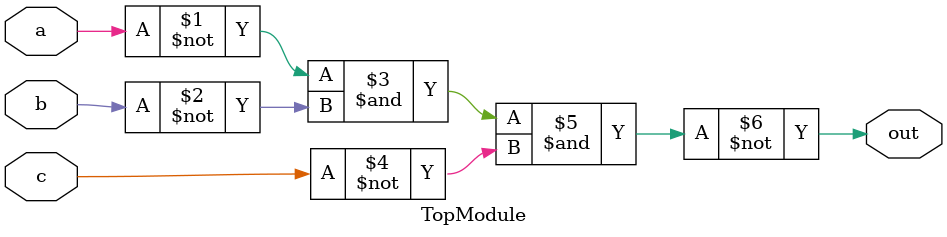
<source format=sv>
module TopModule(
    input  logic a,
    input  logic b,
    input  logic c,
    output logic out
);

    // Combinational logic to implement the Karnaugh map
    assign out = ~(~a & ~b & ~c);

endmodule
</source>
